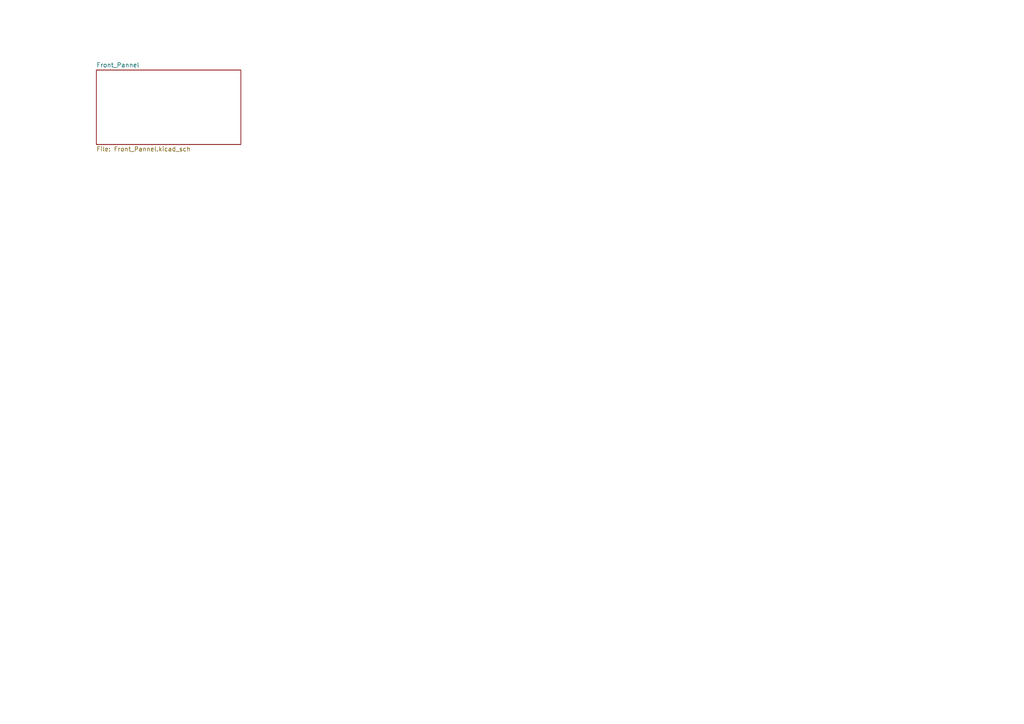
<source format=kicad_sch>
(kicad_sch (version 20230121) (generator eeschema)
  (paper "A4")
  (lib_symbols)
  (sheet (at 27.94 20.32) (size 41.91 21.59) (stroke (width 0.1524))
    (property "Sheetname" "Front_Pannel" (at 27.94 19.6084 0) (effects (justify left bottom)))
    (property "Sheetfile" "Front_Pannel.kicad_sch" (at 27.94 42.4946 0) (effects (justify left top)))
  )
)
</source>
